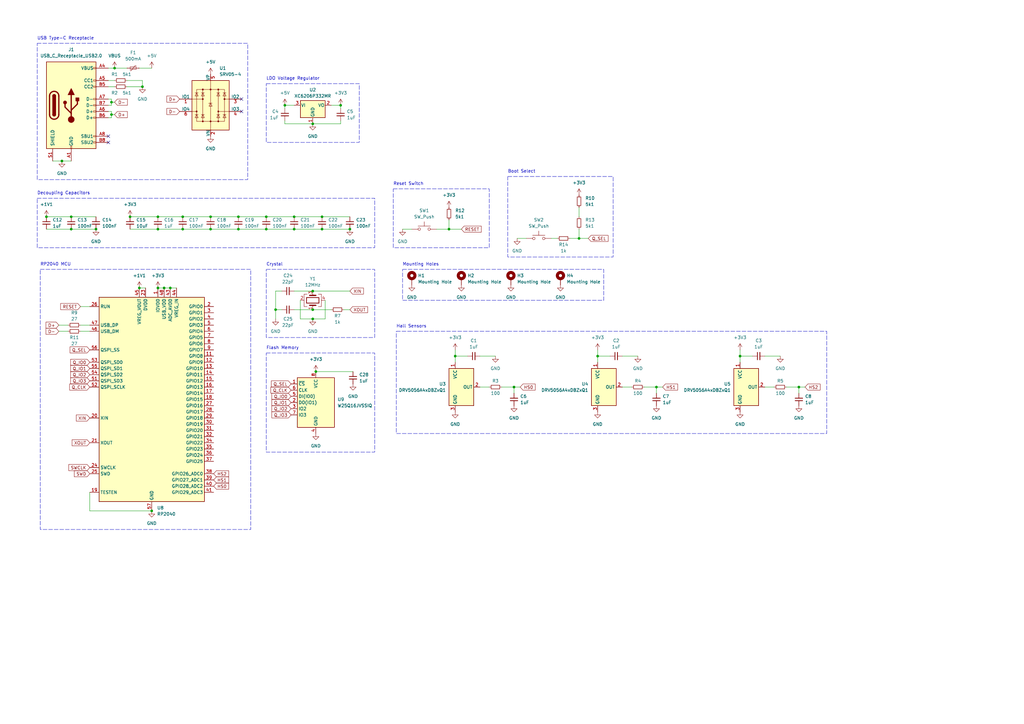
<source format=kicad_sch>
(kicad_sch (version 20231120) (generator "eeschema") (generator_version "8.0")
  (paper "A3")
  (title_block (title "Cloverpad HE") (rev "1"))
  (lib_symbols
    (symbol "Connector:USB_C_Receptacle_USB2.0" (pin_names (offset 1.016))
      (property "Reference" "J" (at -10.16 19.05 0))
      (property "Value" "USB_C_Receptacle_USB2.0" (at 19.05 19.05 0))
      (symbol "USB_C_Receptacle_USB2.0_1_1"
        (pin passive line (at 0 -22.86 90) (length 5.08) (name "GND") (number "A1"))
        (pin passive line (at 0 -22.86 90) (length 5.08) hide (name "GND") (number "A12"))
        (pin passive line (at 15.24 15.24 180) (length 5.08) (name "VBUS") (number "A4"))
        (pin bidirectional line (at 15.24 10.16 180) (length 5.08) (name "CC1") (number "A5"))
        (pin bidirectional line (at 15.24 -2.54 180) (length 5.08) (name "D+") (number "A6"))
        (pin bidirectional line (at 15.24 2.54 180) (length 5.08) (name "D-") (number "A7"))
        (pin bidirectional line (at 15.24 -12.7 180) (length 5.08) (name "SBU1") (number "A8"))
        (pin passive line (at 15.24 15.24 180) (length 5.08) hide (name "VBUS") (number "A9"))
        (pin passive line (at 0 -22.86 90) (length 5.08) hide (name "GND") (number "B1"))
        (pin passive line (at 0 -22.86 90) (length 5.08) hide (name "GND") (number "B12"))
        (pin passive line (at 15.24 15.24 180) (length 5.08) hide (name "VBUS") (number "B4"))
        (pin bidirectional line (at 15.24 7.62 180) (length 5.08) (name "CC2") (number "B5"))
        (pin bidirectional line (at 15.24 -5.08 180) (length 5.08) (name "D+") (number "B6"))
        (pin bidirectional line (at 15.24 0 180) (length 5.08) (name "D-") (number "B7"))
        (pin bidirectional line (at 15.24 -15.24 180) (length 5.08) (name "SBU2") (number "B8"))
        (pin passive line (at 15.24 15.24 180) (length 5.08) hide (name "VBUS") (number "B9"))
        (pin passive line (at -7.62 -22.86 90) (length 5.08) (name "SHIELD") (number "S1"))
      )
    )
    (symbol "Custom:DRV5056A4xDBZxQ1"
      (property "Reference" "U" (at 2.54 12.7 0))
      (property "Value" "DRV5056A4xDBZxQ1" (at 2.54 10.16 0))
      (symbol "DRV5056A4xDBZxQ1_1_1"
        (pin power_in line (at -2.54 10.16 270) (length 2.54) (name "VCC") (number "1"))
        (pin output line (at 7.62 0 180) (length 2.54) (name "OUT") (number "2"))
        (pin power_in line (at -2.54 -10.16 90) (length 2.54) (name "GND") (number "3"))
      )
    )
    (symbol "Device:C_Small" (pin_numbers hide) (pin_names (offset 0.254) hide)
      (property "Reference" "C" (at 0.254 1.778 0))
      (property "Value" "C_Small" (at 0.254 -2.032 0))
      (symbol "C_Small_1_1"
        (pin passive line (at 0 2.54 270) (length 2.032) (name "~") (number "1"))
        (pin passive line (at 0 -2.54 90) (length 2.032) (name "~") (number "2"))
      )
    )
    (symbol "Device:Crystal_GND24" (pin_names (offset 1.016) hide)
      (property "Reference" "Y" (at 3.175 5.08 0))
      (property "Value" "Crystal_GND24" (at 3.175 3.175 0))
      (symbol "Crystal_GND24_1_1"
        (pin passive line (at -3.81 0 0) (length 1.27) (name "1") (number "1"))
        (pin passive line (at 0 5.08 270) (length 1.27) (name "2") (number "2"))
        (pin passive line (at 3.81 0 180) (length 1.27) (name "3") (number "3"))
        (pin passive line (at 0 -5.08 90) (length 1.27) (name "4") (number "4"))
      )
    )
    (symbol "Device:Polyfuse_Small" (pin_numbers hide) (pin_names (offset 0))
      (property "Reference" "F" (at -1.905 0 90))
      (property "Value" "Polyfuse_Small" (at 1.905 0 90))
      (symbol "Polyfuse_Small_1_1"
        (pin passive line (at 0 2.54 270) (length 0.635) (name "~") (number "1"))
        (pin passive line (at 0 -2.54 90) (length 0.635) (name "~") (number "2"))
      )
    )
    (symbol "Device:R_Small" (pin_numbers hide) (pin_names (offset 0.254) hide)
      (property "Reference" "R" (at 0.762 0.508 0))
      (property "Value" "R_Small" (at 0.762 -1.016 0))
      (symbol "R_Small_1_1"
        (pin passive line (at 0 2.54 270) (length 0.762) (name "~") (number "1"))
        (pin passive line (at 0 -2.54 90) (length 0.762) (name "~") (number "2"))
      )
    )
    (symbol "MCU_RaspberryPi:RP2040"
      (property "Reference" "U" (at 17.78 45.72 0))
      (property "Value" "RP2040" (at 17.78 43.18 0))
      (symbol "RP2040_1_1"
        (pin power_in line (at 2.54 45.72 270) (length 3.81) (name "IOVDD") (number "1"))
        (pin passive line (at 2.54 45.72 270) (length 3.81) hide (name "IOVDD") (number "10"))
        (pin bidirectional line (at 25.4 17.78 180) (length 3.81) (name "GPIO8") (number "11"))
        (pin bidirectional line (at 25.4 15.24 180) (length 3.81) (name "GPIO9") (number "12"))
        (pin bidirectional line (at 25.4 12.7 180) (length 3.81) (name "GPIO10") (number "13"))
        (pin bidirectional line (at 25.4 10.16 180) (length 3.81) (name "GPIO11") (number "14"))
        (pin bidirectional line (at 25.4 7.62 180) (length 3.81) (name "GPIO12") (number "15"))
        (pin bidirectional line (at 25.4 5.08 180) (length 3.81) (name "GPIO13") (number "16"))
        (pin bidirectional line (at 25.4 2.54 180) (length 3.81) (name "GPIO14") (number "17"))
        (pin bidirectional line (at 25.4 0 180) (length 3.81) (name "GPIO15") (number "18"))
        (pin input line (at -25.4 -38.1 0) (length 3.81) (name "TESTEN") (number "19"))
        (pin bidirectional line (at 25.4 38.1 180) (length 3.81) (name "GPIO0") (number "2"))
        (pin input line (at -25.4 -7.62 0) (length 3.81) (name "XIN") (number "20"))
        (pin passive line (at -25.4 -17.78 0) (length 3.81) (name "XOUT") (number "21"))
        (pin passive line (at 2.54 45.72 270) (length 3.81) hide (name "IOVDD") (number "22"))
        (pin power_in line (at -2.54 45.72 270) (length 3.81) (name "DVDD") (number "23"))
        (pin input line (at -25.4 -27.94 0) (length 3.81) (name "SWCLK") (number "24"))
        (pin bidirectional line (at -25.4 -30.48 0) (length 3.81) (name "SWD") (number "25"))
        (pin input line (at -25.4 38.1 0) (length 3.81) (name "RUN") (number "26"))
        (pin bidirectional line (at 25.4 -2.54 180) (length 3.81) (name "GPIO16") (number "27"))
        (pin bidirectional line (at 25.4 -5.08 180) (length 3.81) (name "GPIO17") (number "28"))
        (pin bidirectional line (at 25.4 -7.62 180) (length 3.81) (name "GPIO18") (number "29"))
        (pin bidirectional line (at 25.4 35.56 180) (length 3.81) (name "GPIO1") (number "3"))
        (pin bidirectional line (at 25.4 -10.16 180) (length 3.81) (name "GPIO19") (number "30"))
        (pin bidirectional line (at 25.4 -12.7 180) (length 3.81) (name "GPIO20") (number "31"))
        (pin bidirectional line (at 25.4 -15.24 180) (length 3.81) (name "GPIO21") (number "32"))
        (pin passive line (at 2.54 45.72 270) (length 3.81) hide (name "IOVDD") (number "33"))
        (pin bidirectional line (at 25.4 -17.78 180) (length 3.81) (name "GPIO22") (number "34"))
        (pin bidirectional line (at 25.4 -20.32 180) (length 3.81) (name "GPIO23") (number "35"))
        (pin bidirectional line (at 25.4 -22.86 180) (length 3.81) (name "GPIO24") (number "36"))
        (pin bidirectional line (at 25.4 -25.4 180) (length 3.81) (name "GPIO25") (number "37"))
        (pin bidirectional line (at 25.4 -30.48 180) (length 3.81) (name "GPIO26_ADC0") (number "38"))
        (pin bidirectional line (at 25.4 -33.02 180) (length 3.81) (name "GPIO27_ADC1") (number "39"))
        (pin bidirectional line (at 25.4 33.02 180) (length 3.81) (name "GPIO2") (number "4"))
        (pin bidirectional line (at 25.4 -35.56 180) (length 3.81) (name "GPIO28_ADC2") (number "40"))
        (pin bidirectional line (at 25.4 -38.1 180) (length 3.81) (name "GPIO29_ADC3") (number "41"))
        (pin passive line (at 2.54 45.72 270) (length 3.81) hide (name "IOVDD") (number "42"))
        (pin power_in line (at 7.62 45.72 270) (length 3.81) (name "ADC_AVDD") (number "43"))
        (pin power_in line (at 10.16 45.72 270) (length 3.81) (name "VREG_IN") (number "44"))
        (pin power_out line (at -5.08 45.72 270) (length 3.81) (name "VREG_VOUT") (number "45"))
        (pin bidirectional line (at -25.4 27.94 0) (length 3.81) (name "USB_DM") (number "46"))
        (pin bidirectional line (at -25.4 30.48 0) (length 3.81) (name "USB_DP") (number "47"))
        (pin power_in line (at 5.08 45.72 270) (length 3.81) (name "USB_VDD") (number "48"))
        (pin passive line (at 2.54 45.72 270) (length 3.81) hide (name "IOVDD") (number "49"))
        (pin bidirectional line (at 25.4 30.48 180) (length 3.81) (name "GPIO3") (number "5"))
        (pin passive line (at -2.54 45.72 270) (length 3.81) hide (name "DVDD") (number "50"))
        (pin bidirectional line (at -25.4 7.62 0) (length 3.81) (name "QSPI_SD3") (number "51"))
        (pin output line (at -25.4 5.08 0) (length 3.81) (name "QSPI_SCLK") (number "52"))
        (pin bidirectional line (at -25.4 15.24 0) (length 3.81) (name "QSPI_SD0") (number "53"))
        (pin bidirectional line (at -25.4 10.16 0) (length 3.81) (name "QSPI_SD2") (number "54"))
        (pin bidirectional line (at -25.4 12.7 0) (length 3.81) (name "QSPI_SD1") (number "55"))
        (pin bidirectional line (at -25.4 20.32 0) (length 3.81) (name "QSPI_SS") (number "56"))
        (pin power_in line (at 0 -45.72 90) (length 3.81) (name "GND") (number "57"))
        (pin bidirectional line (at 25.4 27.94 180) (length 3.81) (name "GPIO4") (number "6"))
        (pin bidirectional line (at 25.4 25.4 180) (length 3.81) (name "GPIO5") (number "7"))
        (pin bidirectional line (at 25.4 22.86 180) (length 3.81) (name "GPIO6") (number "8"))
        (pin bidirectional line (at 25.4 20.32 180) (length 3.81) (name "GPIO7") (number "9"))
      )
    )
    (symbol "Mechanical:MountingHole_Pad" (pin_numbers hide) (pin_names (offset 1.016) hide)
      (property "Reference" "H" (at 0 6.35 0))
      (property "Value" "MountingHole_Pad" (at 0 4.445 0))
      (symbol "MountingHole_Pad_1_1"
        (pin input line (at 0 -2.54 90) (length 2.54) (name "1") (number "1"))
      )
    )
    (symbol "Memory_Flash:W25Q128JVS"
      (property "Reference" "U" (at -8.89 8.89 0))
      (property "Value" "W25Q128JVS" (at 7.62 8.89 0))
      (symbol "W25Q128JVS_1_1"
        (pin input line (at -10.16 7.62 0) (length 2.54) (name "~{CS}") (number "1"))
        (pin bidirectional line (at -10.16 0 0) (length 2.54) (name "DO(IO1)") (number "2"))
        (pin bidirectional line (at -10.16 -2.54 0) (length 2.54) (name "IO2") (number "3"))
        (pin power_in line (at 0 -12.7 90) (length 2.54) (name "GND") (number "4"))
        (pin bidirectional line (at -10.16 2.54 0) (length 2.54) (name "DI(IO0)") (number "5"))
        (pin input line (at -10.16 5.08 0) (length 2.54) (name "CLK") (number "6"))
        (pin bidirectional line (at -10.16 -5.08 0) (length 2.54) (name "IO3") (number "7"))
        (pin power_in line (at 0 12.7 270) (length 2.54) (name "VCC") (number "8"))
      )
    )
    (symbol "PCM_marbastlib-various:SRV05-4" (pin_names (offset 0))
      (property "Reference" "U" (at -5.08 11.43 0))
      (property "Value" "SRV05-4" (at 2.54 11.43 0))
      (symbol "SRV05-4_1_1"
        (pin passive line (at -12.7 2.54 0) (length 5.08) (name "IO1") (number "1"))
        (pin passive line (at 0 -12.7 90) (length 2.54) (name "VN") (number "2"))
        (pin passive line (at 12.7 2.54 180) (length 5.08) (name "IO2") (number "3"))
        (pin passive line (at 12.7 -2.54 180) (length 5.08) (name "IO3") (number "4"))
        (pin passive line (at 0 12.7 270) (length 2.54) (name "VP") (number "5"))
        (pin passive line (at -12.7 -2.54 0) (length 5.08) (name "IO4") (number "6"))
      )
    )
    (symbol "Regulator_Linear:XC6206PxxxMR" (pin_names (offset 0.254))
      (property "Reference" "U" (at -3.81 3.175 0))
      (property "Value" "XC6206PxxxMR" (at 0 3.175 0))
      (symbol "XC6206PxxxMR_1_1"
        (pin power_in line (at 0 -7.62 90) (length 2.54) (name "GND") (number "1"))
        (pin power_out line (at 7.62 0 180) (length 2.54) (name "VO") (number "2"))
        (pin power_in line (at -7.62 0 0) (length 2.54) (name "VI") (number "3"))
      )
    )
    (symbol "Switch:SW_Push" (pin_numbers hide) (pin_names (offset 1.016) hide)
      (property "Reference" "SW" (at 1.27 2.54 0))
      (property "Value" "SW_Push" (at 0 -1.524 0))
      (symbol "SW_Push_0_1"
        (pin passive line (at -5.08 0 0) (length 2.54) (name "1") (number "1"))
        (pin passive line (at 5.08 0 180) (length 2.54) (name "2") (number "2"))
      )
    )
    (symbol "power:+1V1" (power) (pin_names (offset 0))
      (property "Value" "+1V1" (at 0 3.556 0))
      (symbol "+1V1_1_1"
        (pin power_in line (at 0 0 90) (length 0) hide (name "+1V1") (number "1"))
      )
    )
    (symbol "power:+3V3" (power) (pin_names (offset 0))
      (property "Value" "+3V3" (at 0 3.556 0))
      (symbol "+3V3_1_1"
        (pin power_in line (at 0 0 90) (length 0) hide (name "+3V3") (number "1"))
      )
    )
    (symbol "power:+5V" (power) (pin_names (offset 0))
      (property "Value" "+5V" (at 0 3.556 0))
      (symbol "+5V_1_1"
        (pin power_in line (at 0 0 90) (length 0) hide (name "+5V") (number "1"))
      )
    )
    (symbol "power:GND" (power) (pin_names (offset 0))
      (property "Value" "GND" (at 0 -3.81 0))
      (symbol "GND_1_1"
        (pin power_in line (at 0 0 270) (length 0) hide (name "GND") (number "1"))
      )
    )
    (symbol "power:VBUS" (power) (pin_names (offset 0))
      (property "Value" "VBUS" (at 0 3.81 0))
      (symbol "VBUS_1_1"
        (pin power_in line (at 0 0 90) (length 0) hide (name "VBUS") (number "1"))
      )
    )
  )
  (junction (at 129.54 152.4))
  (junction (at 25.4 66.04))
  (junction (at 120.65 93.98))
  (junction (at 245.11 146.05))
  (junction (at 19.05 88.9))
  (junction (at 57.15 118.11))
  (junction (at 184.15 93.98))
  (junction (at 132.08 88.9))
  (junction (at 53.34 88.9))
  (junction (at 132.08 93.98))
  (junction (at 128.27 130.81))
  (junction (at 74.93 88.9))
  (junction (at 113.03 127))
  (junction (at 29.21 93.98))
  (junction (at 69.85 118.11))
  (junction (at 269.24 158.75))
  (junction (at 128.27 119.38))
  (junction (at 116.84 43.18))
  (junction (at 128.27 50.8))
  (junction (at 46.99 27.94))
  (junction (at 97.79 93.98))
  (junction (at 64.77 93.98))
  (junction (at 303.53 146.05))
  (junction (at 45.72 46.99))
  (junction (at 39.37 93.98))
  (junction (at 29.21 88.9))
  (junction (at 143.51 93.98))
  (junction (at 109.22 93.98))
  (junction (at 186.69 146.05))
  (junction (at 139.7 43.18))
  (junction (at 109.22 88.9))
  (junction (at 128.27 127))
  (junction (at 120.65 88.9))
  (junction (at 327.66 158.75))
  (junction (at 86.36 88.9))
  (junction (at 64.77 88.9))
  (junction (at 58.42 35.56))
  (junction (at 64.77 118.11))
  (junction (at 45.72 41.91))
  (junction (at 74.93 93.98))
  (junction (at 67.31 118.11))
  (junction (at 237.49 97.79))
  (junction (at 86.36 93.98))
  (junction (at 210.82 158.75))
  (junction (at 97.79 88.9))
  (junction (at 62.23 209.55))
  (no_connect (at 99.06 40.64))
  (no_connect (at 44.45 58.42))
  (no_connect (at 44.45 55.88))
  (no_connect (at 99.06 45.72))
  (wire (pts (xy 109.22 93.98) (xy 120.65 93.98)))
  (wire (pts (xy 123.19 130.81) (xy 128.27 130.81)))
  (wire (pts (xy 116.84 49.53) (xy 116.84 50.8)))
  (wire (pts (xy 46.99 27.94) (xy 44.45 27.94)))
  (wire (pts (xy 74.93 88.9) (xy 86.36 88.9)))
  (wire (pts (xy 196.85 146.05) (xy 203.2 146.05)))
  (wire (pts (xy 184.15 93.98) (xy 189.23 93.98)))
  (wire (pts (xy 139.7 49.53) (xy 139.7 50.8)))
  (wire (pts (xy 132.08 88.9) (xy 143.51 88.9)))
  (wire (pts (xy 255.27 146.05) (xy 261.62 146.05)))
  (wire (pts (xy 109.22 88.9) (xy 120.65 88.9)))
  (wire (pts (xy 46.99 33.02) (xy 44.45 33.02)))
  (wire (pts (xy 139.7 43.18) (xy 139.7 44.45)))
  (wire (pts (xy 128.27 119.38) (xy 143.51 119.38)))
  (wire (pts (xy 44.45 43.18) (xy 45.72 43.18)))
  (wire (pts (xy 313.69 158.75) (xy 317.5 158.75)))
  (wire (pts (xy 322.58 158.75) (xy 327.66 158.75)))
  (wire (pts (xy 255.27 158.75) (xy 259.08 158.75)))
  (wire (pts (xy 53.34 93.98) (xy 64.77 93.98)))
  (wire (pts (xy 45.72 43.18) (xy 45.72 41.91)))
  (wire (pts (xy 57.15 27.94) (xy 62.23 27.94)))
  (wire (pts (xy 29.21 88.9) (xy 39.37 88.9)))
  (wire (pts (xy 245.11 146.05) (xy 245.11 148.59)))
  (wire (pts (xy 237.49 93.98) (xy 237.49 97.79)))
  (wire (pts (xy 67.31 118.11) (xy 69.85 118.11)))
  (wire (pts (xy 327.66 158.75) (xy 330.2 158.75)))
  (wire (pts (xy 212.09 97.79) (xy 215.9 97.79)))
  (wire (pts (xy 135.89 43.18) (xy 139.7 43.18)))
  (wire (pts (xy 36.83 209.55) (xy 62.23 209.55)))
  (wire (pts (xy 86.36 93.98) (xy 97.79 93.98)))
  (wire (pts (xy 264.16 158.75) (xy 269.24 158.75)))
  (wire (pts (xy 69.85 118.11) (xy 72.39 118.11)))
  (wire (pts (xy 44.45 40.64) (xy 45.72 40.64)))
  (wire (pts (xy 24.13 133.35) (xy 27.94 133.35)))
  (wire (pts (xy 33.02 135.89) (xy 36.83 135.89)))
  (wire (pts (xy 120.65 119.38) (xy 128.27 119.38)))
  (wire (pts (xy 303.53 146.05) (xy 303.53 148.59)))
  (wire (pts (xy 116.84 43.18) (xy 116.84 44.45)))
  (wire (pts (xy 21.59 66.04) (xy 25.4 66.04)))
  (wire (pts (xy 120.65 88.9) (xy 132.08 88.9)))
  (wire (pts (xy 120.65 127) (xy 128.27 127)))
  (wire (pts (xy 196.85 158.75) (xy 200.66 158.75)))
  (wire (pts (xy 33.02 133.35) (xy 36.83 133.35)))
  (wire (pts (xy 86.36 88.9) (xy 97.79 88.9)))
  (wire (pts (xy 210.82 158.75) (xy 213.36 158.75)))
  (wire (pts (xy 97.79 88.9) (xy 109.22 88.9)))
  (wire (pts (xy 133.35 130.81) (xy 128.27 130.81)))
  (wire (pts (xy 45.72 41.91) (xy 46.99 41.91)))
  (wire (pts (xy 233.68 97.79) (xy 237.49 97.79)))
  (wire (pts (xy 186.69 143.51) (xy 186.69 146.05)))
  (wire (pts (xy 120.65 93.98) (xy 132.08 93.98)))
  (wire (pts (xy 57.15 118.11) (xy 59.69 118.11)))
  (wire (pts (xy 44.45 45.72) (xy 45.72 45.72)))
  (wire (pts (xy 52.07 35.56) (xy 58.42 35.56)))
  (wire (pts (xy 29.21 93.98) (xy 39.37 93.98)))
  (wire (pts (xy 184.15 90.17) (xy 184.15 93.98)))
  (wire (pts (xy 245.11 146.05) (xy 250.19 146.05)))
  (wire (pts (xy 113.03 127) (xy 113.03 130.81)))
  (wire (pts (xy 129.54 152.4) (xy 144.78 152.4)))
  (wire (pts (xy 123.19 123.19) (xy 123.19 130.81)))
  (wire (pts (xy 64.77 118.11) (xy 67.31 118.11)))
  (wire (pts (xy 25.4 66.04) (xy 29.21 66.04)))
  (wire (pts (xy 19.05 88.9) (xy 29.21 88.9)))
  (wire (pts (xy 36.83 201.93) (xy 36.83 209.55)))
  (wire (pts (xy 44.45 35.56) (xy 46.99 35.56)))
  (wire (pts (xy 128.27 127) (xy 135.89 127)))
  (wire (pts (xy 24.13 135.89) (xy 27.94 135.89)))
  (wire (pts (xy 113.03 119.38) (xy 113.03 127)))
  (wire (pts (xy 19.05 93.98) (xy 29.21 93.98)))
  (wire (pts (xy 45.72 40.64) (xy 45.72 41.91)))
  (wire (pts (xy 186.69 146.05) (xy 186.69 148.59)))
  (wire (pts (xy 313.69 146.05) (xy 320.04 146.05)))
  (wire (pts (xy 210.82 158.75) (xy 210.82 161.29)))
  (wire (pts (xy 45.72 45.72) (xy 45.72 46.99)))
  (wire (pts (xy 269.24 158.75) (xy 271.78 158.75)))
  (wire (pts (xy 269.24 158.75) (xy 269.24 161.29)))
  (wire (pts (xy 115.57 119.38) (xy 113.03 119.38)))
  (wire (pts (xy 165.1 93.98) (xy 168.91 93.98)))
  (wire (pts (xy 33.02 125.73) (xy 36.83 125.73)))
  (wire (pts (xy 116.84 50.8) (xy 128.27 50.8)))
  (wire (pts (xy 44.45 48.26) (xy 45.72 48.26)))
  (wire (pts (xy 245.11 143.51) (xy 245.11 146.05)))
  (wire (pts (xy 303.53 143.51) (xy 303.53 146.05)))
  (wire (pts (xy 64.77 93.98) (xy 74.93 93.98)))
  (wire (pts (xy 58.42 33.02) (xy 58.42 35.56)))
  (wire (pts (xy 116.84 43.18) (xy 120.65 43.18)))
  (wire (pts (xy 64.77 88.9) (xy 74.93 88.9)))
  (wire (pts (xy 139.7 50.8) (xy 128.27 50.8)))
  (wire (pts (xy 133.35 123.19) (xy 133.35 130.81)))
  (wire (pts (xy 97.79 93.98) (xy 109.22 93.98)))
  (wire (pts (xy 179.07 93.98) (xy 184.15 93.98)))
  (wire (pts (xy 74.93 93.98) (xy 86.36 93.98)))
  (wire (pts (xy 52.07 27.94) (xy 46.99 27.94)))
  (wire (pts (xy 45.72 48.26) (xy 45.72 46.99)))
  (wire (pts (xy 205.74 158.75) (xy 210.82 158.75)))
  (wire (pts (xy 53.34 88.9) (xy 64.77 88.9)))
  (wire (pts (xy 237.49 97.79) (xy 241.3 97.79)))
  (wire (pts (xy 186.69 146.05) (xy 191.77 146.05)))
  (wire (pts (xy 226.06 97.79) (xy 228.6 97.79)))
  (wire (pts (xy 52.07 33.02) (xy 58.42 33.02)))
  (wire (pts (xy 140.97 127) (xy 143.51 127)))
  (wire (pts (xy 303.53 146.05) (xy 308.61 146.05)))
  (wire (pts (xy 237.49 85.09) (xy 237.49 88.9)))
  (wire (pts (xy 327.66 158.75) (xy 327.66 161.29)))
  (wire (pts (xy 45.72 46.99) (xy 46.99 46.99)))
  (wire (pts (xy 113.03 127) (xy 115.57 127)))
  (wire (pts (xy 132.08 93.98) (xy 143.51 93.98)))
  (rectangle (start 109.22 110.49) (end 153.67 138.43) (stroke (width 0) (type dash)))
  (rectangle (start 109.22 34.29) (end 147.32 58.42) (stroke (width 0) (type dash)))
  (rectangle (start 165.1 110.49) (end 247.65 123.19) (stroke (width 0) (type dash)))
  (rectangle (start 15.24 81.28) (end 153.67 101.6) (stroke (width 0) (type dash)))
  (rectangle (start 109.22 144.78) (end 153.67 185.42) (stroke (width 0) (type dash)))
  (rectangle (start 162.56 135.89) (end 339.09 177.8) (stroke (width 0) (type dash)))
  (rectangle (start 15.24 17.78) (end 101.6 73.66) (stroke (width 0) (type dash)))
  (rectangle (start 161.29 77.47) (end 200.66 101.6) (stroke (width 0) (type dash)))
  (rectangle (start 16.51 110.49) (end 102.87 217.17) (stroke (width 0) (type dash)))
  (rectangle (start 208.28 72.39) (end 251.46 105.41) (stroke (width 0) (type dash)))
  (text "Reset Switch" (at 161.29 76.2 0) (effects (font (size 1.27 1.27)) (justify left bottom)))
  (text "USB Type-C Receptacle" (at 15.24 16.51 0) (effects (font (size 1.27 1.27)) (justify left bottom)))
  (text "Mounting Holes" (at 165.1 109.22 0) (effects (font (size 1.27 1.27)) (justify left bottom)))
  (text "Decoupling Capacitors" (at 15.24 80.01 0) (effects (font (size 1.27 1.27)) (justify left bottom)))
  (text "LDO Voltage Regulator" (at 109.22 33.02 0) (effects (font (size 1.27 1.27)) (justify left bottom)))
  (text "Hall Sensors" (at 162.56 134.62 0) (effects (font (size 1.27 1.27)) (justify left bottom)))
  (text "RP2040 MCU" (at 16.51 109.22 0) (effects (font (size 1.27 1.27)) (justify left bottom)))
  (text "Flash Memory" (at 109.22 143.51 0) (effects (font (size 1.27 1.27)) (justify left bottom)))
  (text "Boot Select" (at 208.28 71.12 0) (effects (font (size 1.27 1.27)) (justify left bottom)))
  (text "Crystal" (at 109.22 109.22 0) (effects (font (size 1.27 1.27)) (justify left bottom)))
  (global_label "D+" (shape input) (at 73.66 40.64 180) (property "Intersheetrefs" "${INTERSHEET_REFS}" (effects (hide yes))))
  (global_label "Q_SEL" (shape input) (at 241.3 97.79 0) (property "Intersheetrefs" "${INTERSHEET_REFS}" (effects (hide yes))))
  (global_label "XIN" (shape input) (at 36.83 171.45 180) (property "Intersheetrefs" "${INTERSHEET_REFS}" (effects (hide yes))))
  (global_label "XIN" (shape input) (at 143.51 119.38 0) (property "Intersheetrefs" "${INTERSHEET_REFS}" (effects (hide yes))))
  (global_label "D-" (shape input) (at 46.99 41.91 0) (property "Intersheetrefs" "${INTERSHEET_REFS}" (effects (hide yes))))
  (global_label "HS2" (shape input) (at 330.2 158.75 0) (property "Intersheetrefs" "${INTERSHEET_REFS}" (effects (hide yes))))
  (global_label "RESET" (shape input) (at 189.23 93.98 0) (property "Intersheetrefs" "${INTERSHEET_REFS}" (effects (hide yes))))
  (global_label "D-" (shape input) (at 73.66 45.72 180) (property "Intersheetrefs" "${INTERSHEET_REFS}" (effects (hide yes))))
  (global_label "Q_CLK" (shape input) (at 119.38 160.02 180) (property "Intersheetrefs" "${INTERSHEET_REFS}" (effects (hide yes))))
  (global_label "HS2" (shape input) (at 87.63 194.31 0) (property "Intersheetrefs" "${INTERSHEET_REFS}" (effects (hide yes))))
  (global_label "HS1" (shape input) (at 87.63 196.85 0) (property "Intersheetrefs" "${INTERSHEET_REFS}" (effects (hide yes))))
  (global_label "XOUT" (shape input) (at 143.51 127 0) (property "Intersheetrefs" "${INTERSHEET_REFS}" (effects (hide yes))))
  (global_label "Q_IO0" (shape input) (at 36.83 148.59 180) (property "Intersheetrefs" "${INTERSHEET_REFS}" (effects (hide yes))))
  (global_label "Q_IO3" (shape input) (at 119.38 170.18 180) (property "Intersheetrefs" "${INTERSHEET_REFS}" (effects (hide yes))))
  (global_label "Q_IO0" (shape input) (at 119.38 162.56 180) (property "Intersheetrefs" "${INTERSHEET_REFS}" (effects (hide yes))))
  (global_label "D+" (shape input) (at 24.13 133.35 180) (property "Intersheetrefs" "${INTERSHEET_REFS}" (effects (hide yes))))
  (global_label "RESET" (shape input) (at 33.02 125.73 180) (property "Intersheetrefs" "${INTERSHEET_REFS}" (effects (hide yes))))
  (global_label "Q_SEL" (shape input) (at 36.83 143.51 180) (property "Intersheetrefs" "${INTERSHEET_REFS}" (effects (hide yes))))
  (global_label "Q_IO1" (shape input) (at 119.38 165.1 180) (property "Intersheetrefs" "${INTERSHEET_REFS}" (effects (hide yes))))
  (global_label "Q_SEL" (shape input) (at 119.38 157.48 180) (property "Intersheetrefs" "${INTERSHEET_REFS}" (effects (hide yes))))
  (global_label "Q_CLK" (shape input) (at 36.83 158.75 180) (property "Intersheetrefs" "${INTERSHEET_REFS}" (effects (hide yes))))
  (global_label "SWCLK" (shape input) (at 36.83 191.77 180) (property "Intersheetrefs" "${INTERSHEET_REFS}" (effects (hide yes))))
  (global_label "HS0" (shape input) (at 213.36 158.75 0) (property "Intersheetrefs" "${INTERSHEET_REFS}" (effects (hide yes))))
  (global_label "SWD" (shape input) (at 36.83 194.31 180) (property "Intersheetrefs" "${INTERSHEET_REFS}" (effects (hide yes))))
  (global_label "D-" (shape input) (at 24.13 135.89 180) (property "Intersheetrefs" "${INTERSHEET_REFS}" (effects (hide yes))))
  (global_label "HS0" (shape input) (at 87.63 199.39 0) (property "Intersheetrefs" "${INTERSHEET_REFS}" (effects (hide yes))))
  (global_label "Q_IO2" (shape input) (at 119.38 167.64 180) (property "Intersheetrefs" "${INTERSHEET_REFS}" (effects (hide yes))))
  (global_label "XOUT" (shape input) (at 36.83 181.61 180) (property "Intersheetrefs" "${INTERSHEET_REFS}" (effects (hide yes))))
  (global_label "Q_IO1" (shape input) (at 36.83 151.13 180) (property "Intersheetrefs" "${INTERSHEET_REFS}" (effects (hide yes))))
  (global_label "Q_IO2" (shape input) (at 36.83 153.67 180) (property "Intersheetrefs" "${INTERSHEET_REFS}" (effects (hide yes))))
  (global_label "HS1" (shape input) (at 271.78 158.75 0) (property "Intersheetrefs" "${INTERSHEET_REFS}" (effects (hide yes))))
  (global_label "Q_IO3" (shape input) (at 36.83 156.21 180) (property "Intersheetrefs" "${INTERSHEET_REFS}" (effects (hide yes))))
  (global_label "D+" (shape input) (at 46.99 46.99 0) (property "Intersheetrefs" "${INTERSHEET_REFS}" (effects (hide yes))))
  (symbol (lib_id "power:GND") (at 269.24 166.37 0) (unit 1)
    (property "Reference" "#PWR015" (effects (hide yes)))
    (property "Value" "GND" (at 269.24 171.45 0))
  )
  (symbol (lib_id "power:GND") (at 58.42 35.56 0) (unit 1)
    (property "Reference" "#PWR010" (effects (hide yes)))
    (property "Value" "GND" (at 58.42 40.64 0))
  )
  (symbol (lib_id "power:GND") (at 189.23 116.84 0) (unit 1)
    (property "Reference" "#PWR059" (effects (hide yes)))
    (property "Value" "GND" (at 189.23 121.92 0))
  )
  (symbol (lib_id "Device:C_Small") (at 269.24 163.83 180) (unit 1)
    (property "Reference" "C7" (at 271.78 162.5536 0) (effects (justify right)))
    (property "Value" "1uF" (at 271.78 165.0936 0) (effects (justify right)))
    (property "Footprint" "Capacitor_SMD:C_0402_1005Metric" (effects (hide yes)))
    (property "LCSC" "C52923" (effects (hide yes)))
  )
  (symbol (lib_id "Device:C_Small") (at 194.31 146.05 90) (unit 1)
    (property "Reference" "C1" (at 194.3163 139.7 90))
    (property "Value" "1uF" (at 194.3163 142.24 90))
    (property "Footprint" "Capacitor_SMD:C_0402_1005Metric" (effects (hide yes)))
    (property "LCSC" "C52923" (effects (hide yes)))
  )
  (symbol (lib_id "power:GND") (at 62.23 209.55 0) (unit 1)
    (property "Reference" "#PWR057" (effects (hide yes)))
    (property "Value" "GND" (at 62.23 214.63 0))
  )
  (symbol (lib_id "Device:C_Small") (at 120.65 91.44 0) (unit 1)
    (property "Reference" "C21" (at 123.19 90.1763 0) (effects (justify left)))
    (property "Value" "100nF" (at 123.19 92.7163 0) (effects (justify left)))
    (property "Footprint" "Capacitor_SMD:C_0402_1005Metric" (effects (hide yes)))
    (property "LCSC" "C1525" (effects (hide yes)))
  )
  (symbol (lib_id "power:GND") (at 209.55 116.84 0) (unit 1)
    (property "Reference" "#PWR060" (effects (hide yes)))
    (property "Value" "GND" (at 209.55 121.92 0))
  )
  (symbol (lib_id "power:GND") (at 25.4 66.04 0) (unit 1)
    (property "Reference" "#PWR021" (effects (hide yes)))
    (property "Value" "GND" (at 25.4 71.12 0))
  )
  (symbol (lib_id "Switch:SW_Push") (at 173.99 93.98 0) (unit 1)
    (property "Reference" "SW1" (at 173.99 86.36 0))
    (property "Value" "SW_Push" (at 173.99 88.9 0))
    (property "Footprint" "Button_Switch_SMD:SW_SPST_TL3342" (effects (hide yes)))
    (property "LCSC" "C318884" (effects (hide yes)))
  )
  (symbol (lib_id "Device:C_Small") (at 210.82 163.83 180) (unit 1)
    (property "Reference" "C6" (at 213.36 162.5536 0) (effects (justify right)))
    (property "Value" "1uF" (at 213.36 165.0936 0) (effects (justify right)))
    (property "Footprint" "Capacitor_SMD:C_0402_1005Metric" (effects (hide yes)))
    (property "LCSC" "C52923" (effects (hide yes)))
  )
  (symbol (lib_id "power:GND") (at 113.03 130.81 0) (unit 1)
    (property "Reference" "#PWR041" (effects (hide yes)))
    (property "Value" "GND" (at 113.03 135.89 0))
  )
  (symbol (lib_id "Device:C_Small") (at 118.11 127 90) (mirror x) (unit 1)
    (property "Reference" "C25" (at 118.11 130.81 90))
    (property "Value" "22pF" (at 118.1037 133.35 90))
    (property "Footprint" "Capacitor_SMD:C_0402_1005Metric" (effects (hide yes)))
    (property "LCSC" "C1555" (effects (hide yes)))
  )
  (symbol (lib_id "power:GND") (at 203.2 146.05 0) (unit 1)
    (property "Reference" "#PWR07" (effects (hide yes)))
    (property "Value" "GND" (at 203.2 151.13 0))
  )
  (symbol (lib_id "Regulator_Linear:XC6206PxxxMR") (at 128.27 43.18 0) (unit 1)
    (property "Reference" "U2" (at 128.27 36.83 0))
    (property "Value" "XC6206P332MR" (at 128.27 39.37 0))
    (property "Footprint" "Package_TO_SOT_SMD:SOT-23-3" (effects (hide yes)))
    (property "Datasheet" "https://www.torexsemi.com/file/xc6206/XC6206.pdf" (effects (hide yes)))
    (property "LCSC" "C5446" (effects (hide yes)))
  )
  (symbol (lib_id "power:GND") (at 210.82 166.37 0) (unit 1)
    (property "Reference" "#PWR014" (effects (hide yes)))
    (property "Value" "GND" (at 210.82 171.45 0))
  )
  (symbol (lib_id "power:+5V") (at 62.23 27.94 0) (unit 1)
    (property "Reference" "#PWR02" (effects (hide yes)))
    (property "Value" "+5V" (at 62.23 22.86 0))
  )
  (symbol (lib_id "Custom:DRV5056A4xDBZxQ1") (at 189.23 158.75 0) (unit 1)
    (property "Reference" "U3" (at 182.88 157.48 0) (effects (justify right)))
    (property "Value" "DRV5056A4xDBZxQ1" (at 182.88 160.02 0) (effects (justify right)))
    (property "Footprint" "Custom:KS-20-1U-DRV5056" (effects (hide yes)))
    (property "Datasheet" "https://www.ti.com/lit/ds/symlink/drv5056.pdf" (effects (hide yes)))
    (property "LCSC" "C2152902" (effects (hide yes)))
  )
  (symbol (lib_id "power:GND") (at 128.27 50.8 0) (unit 1)
    (property "Reference" "#PWR013" (effects (hide yes)))
    (property "Value" "GND" (at 128.27 55.88 0))
  )
  (symbol (lib_id "Device:R_Small") (at 184.15 87.63 0) (unit 1)
    (property "Reference" "R12" (at 186.69 86.36 0) (effects (justify left)))
    (property "Value" "5k1" (at 186.69 88.9 0) (effects (justify left)))
    (property "Footprint" "Resistor_SMD:R_0402_1005Metric" (effects (hide yes)))
    (property "LCSC" "C25905" (effects (hide yes)))
  )
  (symbol (lib_id "Device:C_Small") (at 29.21 91.44 0) (unit 1)
    (property "Reference" "C13" (at 31.75 90.1763 0) (effects (justify left)))
    (property "Value" "100nF" (at 31.75 92.7163 0) (effects (justify left)))
    (property "Footprint" "Capacitor_SMD:C_0402_1005Metric" (effects (hide yes)))
    (property "LCSC" "C1525" (effects (hide yes)))
  )
  (symbol (lib_id "Device:R_Small") (at 231.14 97.79 90) (unit 1)
    (property "Reference" "R14" (at 231.14 100.33 90))
    (property "Value" "1k" (at 231.14 102.87 90))
    (property "Footprint" "Resistor_SMD:R_0402_1005Metric" (effects (hide yes)))
    (property "LCSC" "C11702" (effects (hide yes)))
  )
  (symbol (lib_id "Device:C_Small") (at 86.36 91.44 0) (unit 1)
    (property "Reference" "C18" (at 88.9 90.1763 0) (effects (justify left)))
    (property "Value" "100nF" (at 88.9 92.7163 0) (effects (justify left)))
    (property "Footprint" "Capacitor_SMD:C_0402_1005Metric" (effects (hide yes)))
    (property "LCSC" "C1525" (effects (hide yes)))
  )
  (symbol (lib_id "power:GND") (at 303.53 168.91 0) (unit 1)
    (property "Reference" "#PWR019" (effects (hide yes)))
    (property "Value" "GND" (at 303.53 173.99 0))
  )
  (symbol (lib_id "Device:Crystal_GND24") (at 128.27 123.19 90) (unit 1)
    (property "Reference" "Y1" (at 128.27 114.3 90))
    (property "Value" "12MHz" (at 128.27 116.84 90))
    (property "Footprint" "Crystal:Crystal_SMD_3225-4Pin_3.2x2.5mm" (effects (hide yes)))
    (property "LCSC" "C9002" (effects (hide yes)))
  )
  (symbol (lib_id "power:+5V") (at 86.36 30.48 0) (unit 1)
    (property "Reference" "#PWR06" (effects (hide yes)))
    (property "Value" "+5V" (at 86.36 25.4 0))
  )
  (symbol (lib_id "power:+3V3") (at 139.7 43.18 0) (unit 1)
    (property "Reference" "#PWR012" (effects (hide yes)))
    (property "Value" "+3V3" (at 139.7 38.1 0))
  )
  (symbol (lib_id "Device:C_Small") (at 116.84 46.99 0) (mirror y) (unit 1)
    (property "Reference" "C4" (at 114.3 45.7263 0) (effects (justify left)))
    (property "Value" "1uF" (at 114.3 48.2663 0) (effects (justify left)))
    (property "Footprint" "Capacitor_SMD:C_0402_1005Metric" (effects (hide yes)))
    (property "LCSC" "C52923" (effects (hide yes)))
  )
  (symbol (lib_id "Device:C_Small") (at 252.73 146.05 90) (unit 1)
    (property "Reference" "C2" (at 252.7363 139.7 90))
    (property "Value" "1uF" (at 252.7363 142.24 90))
    (property "Footprint" "Capacitor_SMD:C_0402_1005Metric" (effects (hide yes)))
    (property "LCSC" "C52923" (effects (hide yes)))
  )
  (symbol (lib_id "Device:R_Small") (at 237.49 82.55 0) (unit 1)
    (property "Reference" "R10" (at 240.03 81.28 0) (effects (justify left)))
    (property "Value" "5k1" (at 240.03 83.82 0) (effects (justify left)))
    (property "Footprint" "Resistor_SMD:R_0402_1005Metric" (effects (hide yes)))
    (property "LCSC" "C25905" (effects (hide yes)))
  )
  (symbol (lib_id "Mechanical:MountingHole_Pad") (at 189.23 114.3 0) (unit 1) (in_bom no)
    (property "Reference" "H2" (at 191.77 113.03 0) (effects (justify left)))
    (property "Value" "Mounting Hole" (at 191.77 115.57 0) (effects (justify left)))
    (property "Footprint" "MountingHole:MountingHole_2.2mm_M2_Pad" (effects (hide yes)))
  )
  (symbol (lib_id "PCM_marbastlib-various:SRV05-4") (at 86.36 43.18 0) (unit 1)
    (property "Reference" "U1" (at 89.9861 27.94 0) (effects (justify left)))
    (property "Value" "SRV05-4" (at 89.9861 30.48 0) (effects (justify left)))
    (property "Footprint" "PCM_marbastlib-various:SOT-23-6-routable" (effects (hide yes)))
    (property "Datasheet" "http://www.onsemi.com/pub/Collateral/SRV05-4-D.PDF" (effects (hide yes)))
    (property "LCSC" "C2836319" (effects (hide yes)))
  )
  (symbol (lib_id "Device:Polyfuse_Small") (at 54.61 27.94 270) (unit 1)
    (property "Reference" "F1" (at 54.61 21.59 90))
    (property "Value" "500mA" (at 54.61 24.13 90))
    (property "Footprint" "Fuse:Fuse_1206_3216Metric" (effects (hide yes)))
    (property "LCSC" "C170165" (effects (hide yes)))
  )
  (symbol (lib_id "Device:R_Small") (at 203.2 158.75 90) (unit 1)
    (property "Reference" "R3" (at 203.2 156.21 90))
    (property "Value" "100" (at 203.2 161.29 90))
    (property "Footprint" "Resistor_SMD:R_0402_1005Metric" (effects (hide yes)))
    (property "LCSC" "C25076" (effects (hide yes)))
  )
  (symbol (lib_id "Device:C_Small") (at 327.66 163.83 180) (unit 1)
    (property "Reference" "C8" (at 330.2 162.5536 0) (effects (justify right)))
    (property "Value" "1uF" (at 330.2 165.0936 0) (effects (justify right)))
    (property "Footprint" "Capacitor_SMD:C_0402_1005Metric" (effects (hide yes)))
    (property "LCSC" "C52923" (effects (hide yes)))
  )
  (symbol (lib_id "Device:R_Small") (at 30.48 133.35 90) (unit 1)
    (property "Reference" "R9" (at 30.48 128.27 90))
    (property "Value" "27" (at 30.48 130.81 90))
    (property "Footprint" "Resistor_SMD:R_0402_1005Metric" (effects (hide yes)))
    (property "LCSC" "C25100" (effects (hide yes)))
  )
  (symbol (lib_id "power:GND") (at 245.11 168.91 0) (unit 1)
    (property "Reference" "#PWR018" (effects (hide yes)))
    (property "Value" "GND" (at 245.11 173.99 0))
  )
  (symbol (lib_id "power:GND") (at 39.37 93.98 0) (unit 1)
    (property "Reference" "#PWR032" (effects (hide yes)))
    (property "Value" "GND" (at 39.37 99.06 0))
  )
  (symbol (lib_id "Custom:DRV5056A4xDBZxQ1") (at 306.07 158.75 0) (unit 1)
    (property "Reference" "U5" (at 299.72 157.48 0) (effects (justify right)))
    (property "Value" "DRV5056A4xDBZxQ1" (at 299.72 160.02 0) (effects (justify right)))
    (property "Footprint" "Custom:KS-20-1U-DRV5056" (effects (hide yes)))
    (property "Datasheet" "https://www.ti.com/lit/ds/symlink/drv5056.pdf" (effects (hide yes)))
    (property "LCSC" "C2152902" (effects (hide yes)))
  )
  (symbol (lib_id "power:+5V") (at 116.84 43.18 0) (unit 1)
    (property "Reference" "#PWR011" (effects (hide yes)))
    (property "Value" "+5V" (at 116.84 38.1 0))
  )
  (symbol (lib_id "Device:C_Small") (at 97.79 91.44 0) (unit 1)
    (property "Reference" "C19" (at 100.33 90.1763 0) (effects (justify left)))
    (property "Value" "100nF" (at 100.33 92.7163 0) (effects (justify left)))
    (property "Footprint" "Capacitor_SMD:C_0402_1005Metric" (effects (hide yes)))
    (property "LCSC" "C1525" (effects (hide yes)))
  )
  (symbol (lib_id "Mechanical:MountingHole_Pad") (at 209.55 114.3 0) (unit 1) (in_bom no)
    (property "Reference" "H3" (at 212.09 113.03 0) (effects (justify left)))
    (property "Value" "Mounting Hole" (at 212.09 115.57 0) (effects (justify left)))
    (property "Footprint" "MountingHole:MountingHole_2.2mm_M2_Pad" (effects (hide yes)))
  )
  (symbol (lib_id "Device:C_Small") (at 74.93 91.44 0) (unit 1)
    (property "Reference" "C17" (at 77.47 90.1763 0) (effects (justify left)))
    (property "Value" "100nF" (at 77.47 92.7163 0) (effects (justify left)))
    (property "Footprint" "Capacitor_SMD:C_0402_1005Metric" (effects (hide yes)))
    (property "LCSC" "C1525" (effects (hide yes)))
  )
  (symbol (lib_id "power:+1V1") (at 57.15 118.11 0) (unit 1)
    (property "Reference" "#PWR038" (effects (hide yes)))
    (property "Value" "+1V1" (at 57.15 113.03 0))
  )
  (symbol (lib_id "power:GND") (at 327.66 166.37 0) (unit 1)
    (property "Reference" "#PWR016" (effects (hide yes)))
    (property "Value" "GND" (at 327.66 171.45 0))
  )
  (symbol (lib_id "power:VBUS") (at 46.99 27.94 0) (unit 1)
    (property "Reference" "#PWR01" (effects (hide yes)))
    (property "Value" "VBUS" (at 46.99 22.86 0))
  )
  (symbol (lib_id "Device:C_Small") (at 109.22 91.44 0) (unit 1)
    (property "Reference" "C20" (at 111.76 90.1763 0) (effects (justify left)))
    (property "Value" "100nF" (at 111.76 92.7163 0) (effects (justify left)))
    (property "Footprint" "Capacitor_SMD:C_0402_1005Metric" (effects (hide yes)))
    (property "LCSC" "C1525" (effects (hide yes)))
  )
  (symbol (lib_id "power:+3V3") (at 184.15 85.09 0) (unit 1)
    (property "Reference" "#PWR048" (effects (hide yes)))
    (property "Value" "+3V3" (at 184.15 80.01 0))
  )
  (symbol (lib_id "power:GND") (at 129.54 177.8 0) (unit 1)
    (property "Reference" "#PWR056" (effects (hide yes)))
    (property "Value" "GND" (at 129.54 182.88 0))
  )
  (symbol (lib_id "Device:R_Small") (at 30.48 135.89 90) (mirror x) (unit 1)
    (property "Reference" "R11" (at 30.48 138.43 90))
    (property "Value" "27" (at 30.48 140.97 90))
    (property "Footprint" "Resistor_SMD:R_0402_1005Metric" (effects (hide yes)))
    (property "LCSC" "C25100" (effects (hide yes)))
  )
  (symbol (lib_id "Device:C_Small") (at 19.05 91.44 0) (unit 1)
    (property "Reference" "C12" (at 21.59 90.1763 0) (effects (justify left)))
    (property "Value" "1uF" (at 21.59 92.7163 0) (effects (justify left)))
    (property "Footprint" "Capacitor_SMD:C_0402_1005Metric" (effects (hide yes)))
    (property "LCSC" "C52923" (effects (hide yes)))
  )
  (symbol (lib_id "power:GND") (at 86.36 55.88 0) (unit 1)
    (property "Reference" "#PWR020" (effects (hide yes)))
    (property "Value" "GND" (at 86.36 60.96 0))
  )
  (symbol (lib_id "power:+3V3") (at 129.54 152.4 0) (unit 1)
    (property "Reference" "#PWR053" (effects (hide yes)))
    (property "Value" "+3V3" (at 129.54 147.32 0))
  )
  (symbol (lib_id "power:+3V3") (at 303.53 143.51 0) (unit 1)
    (property "Reference" "#PWR05" (effects (hide yes)))
    (property "Value" "+3V3" (at 303.53 138.43 0))
  )
  (symbol (lib_id "Device:C_Small") (at 144.78 154.94 0) (unit 1)
    (property "Reference" "C28" (at 147.32 153.6763 0) (effects (justify left)))
    (property "Value" "1uF" (at 147.32 156.2163 0) (effects (justify left)))
    (property "Footprint" "Capacitor_SMD:C_0402_1005Metric" (effects (hide yes)))
    (property "LCSC" "C52923" (effects (hide yes)))
  )
  (symbol (lib_id "Custom:DRV5056A4xDBZxQ1") (at 247.65 158.75 0) (unit 1)
    (property "Reference" "U4" (at 241.3 157.48 0) (effects (justify right)))
    (property "Value" "DRV5056A4xDBZxQ1" (at 241.3 160.02 0) (effects (justify right)))
    (property "Footprint" "Custom:KS-20-1U-DRV5056" (effects (hide yes)))
    (property "Datasheet" "https://www.ti.com/lit/ds/symlink/drv5056.pdf" (effects (hide yes)))
    (property "LCSC" "C2152902" (effects (hide yes)))
  )
  (symbol (lib_id "power:+3V3") (at 64.77 118.11 0) (unit 1)
    (property "Reference" "#PWR039" (effects (hide yes)))
    (property "Value" "+3V3" (at 64.77 113.03 0))
  )
  (symbol (lib_id "power:GND") (at 165.1 93.98 0) (unit 1)
    (property "Reference" "#PWR049" (effects (hide yes)))
    (property "Value" "GND" (at 165.1 99.06 0))
  )
  (symbol (lib_id "Device:C_Small") (at 139.7 46.99 0) (unit 1)
    (property "Reference" "C5" (at 142.24 45.7263 0) (effects (justify left)))
    (property "Value" "1uF" (at 142.24 48.2663 0) (effects (justify left)))
    (property "Footprint" "Capacitor_SMD:C_0402_1005Metric" (effects (hide yes)))
    (property "LCSC" "C52923" (effects (hide yes)))
  )
  (symbol (lib_id "Device:C_Small") (at 39.37 91.44 0) (unit 1)
    (property "Reference" "C14" (at 41.91 90.1763 0) (effects (justify left)))
    (property "Value" "100nF" (at 41.91 92.7163 0) (effects (justify left)))
    (property "Footprint" "Capacitor_SMD:C_0402_1005Metric" (effects (hide yes)))
    (property "LCSC" "C1525" (effects (hide yes)))
  )
  (symbol (lib_id "Device:R_Small") (at 49.53 35.56 90) (mirror x) (unit 1)
    (property "Reference" "R2" (at 46.99 38.1 90))
    (property "Value" "5k1" (at 52.07 38.1 90))
    (property "Footprint" "Resistor_SMD:R_0402_1005Metric" (effects (hide yes)))
    (property "LCSC" "C25905" (effects (hide yes)))
  )
  (symbol (lib_id "power:+3V3") (at 237.49 80.01 0) (unit 1)
    (property "Reference" "#PWR045" (effects (hide yes)))
    (property "Value" "+3V3" (at 237.49 74.93 0))
  )
  (symbol (lib_id "power:GND") (at 212.09 97.79 0) (unit 1)
    (property "Reference" "#PWR050" (effects (hide yes)))
    (property "Value" "GND" (at 212.09 102.87 0))
  )
  (symbol (lib_id "power:GND") (at 143.51 93.98 0) (unit 1)
    (property "Reference" "#PWR033" (effects (hide yes)))
    (property "Value" "GND" (at 143.51 99.06 0))
  )
  (symbol (lib_id "Device:C_Small") (at 118.11 119.38 90) (unit 1)
    (property "Reference" "C24" (at 118.1163 113.03 90))
    (property "Value" "22pF" (at 118.1163 115.57 90))
    (property "Footprint" "Capacitor_SMD:C_0402_1005Metric" (effects (hide yes)))
    (property "LCSC" "C1555" (effects (hide yes)))
  )
  (symbol (lib_id "Device:R_Small") (at 49.53 33.02 90) (unit 1)
    (property "Reference" "R1" (at 46.99 30.48 90))
    (property "Value" "5k1" (at 52.07 30.48 90))
    (property "Footprint" "Resistor_SMD:R_0402_1005Metric" (effects (hide yes)))
    (property "LCSC" "C25905" (effects (hide yes)))
  )
  (symbol (lib_id "power:+3V3") (at 245.11 143.51 0) (unit 1)
    (property "Reference" "#PWR04" (effects (hide yes)))
    (property "Value" "+3V3" (at 245.11 138.43 0))
  )
  (symbol (lib_id "Device:R_Small") (at 237.49 91.44 0) (unit 1)
    (property "Reference" "R13" (at 240.03 90.17 0) (effects (justify left)))
    (property "Value" "5k1" (at 240.03 92.71 0) (effects (justify left)))
    (property "Footprint" "Resistor_SMD:R_0402_1005Metric" (effects (hide yes)))
    (property "LCSC" "C25905" (effects (hide yes)))
  )
  (symbol (lib_id "power:GND") (at 168.91 116.84 0) (unit 1)
    (property "Reference" "#PWR058" (effects (hide yes)))
    (property "Value" "GND" (at 168.91 121.92 0))
  )
  (symbol (lib_id "Device:R_Small") (at 138.43 127 90) (unit 1)
    (property "Reference" "R7" (at 138.43 129.54 90))
    (property "Value" "1k" (at 138.43 132.08 90))
    (property "Footprint" "Resistor_SMD:R_0402_1005Metric" (effects (hide yes)))
    (property "LCSC" "C11702" (effects (hide yes)))
  )
  (symbol (lib_id "power:+3V3") (at 186.69 143.51 0) (unit 1)
    (property "Reference" "#PWR03" (effects (hide yes)))
    (property "Value" "+3V3" (at 186.69 138.43 0))
  )
  (symbol (lib_id "Device:C_Small") (at 143.51 91.44 0) (unit 1)
    (property "Reference" "C23" (at 146.05 90.1763 0) (effects (justify left)))
    (property "Value" "100nF" (at 146.05 92.7163 0) (effects (justify left)))
    (property "Footprint" "Capacitor_SMD:C_0402_1005Metric" (effects (hide yes)))
    (property "LCSC" "C1525" (effects (hide yes)))
  )
  (symbol (lib_id "power:GND") (at 320.04 146.05 0) (unit 1)
    (property "Reference" "#PWR09" (effects (hide yes)))
    (property "Value" "GND" (at 320.04 151.13 0))
  )
  (symbol (lib_id "Device:C_Small") (at 311.15 146.05 90) (unit 1)
    (property "Reference" "C3" (at 311.1563 139.7 90))
    (property "Value" "1uF" (at 311.1563 142.24 90))
    (property "Footprint" "Capacitor_SMD:C_0402_1005Metric" (effects (hide yes)))
    (property "LCSC" "C52923" (effects (hide yes)))
  )
  (symbol (lib_id "power:GND") (at 128.27 130.81 0) (unit 1)
    (property "Reference" "#PWR042" (effects (hide yes)))
    (property "Value" "GND" (at 128.27 135.89 0))
  )
  (symbol (lib_id "Memory_Flash:W25Q128JVS") (at 129.54 165.1 0) (unit 1)
    (property "Reference" "U9" (at 138.43 163.83 0) (effects (justify left)))
    (property "Value" "W25Q16JVSSIQ" (at 138.43 166.37 0) (effects (justify left)))
    (property "Footprint" "Package_SO:SOIC-8_5.23x5.23mm_P1.27mm" (effects (hide yes)))
    (property "Datasheet" "http://www.winbond.com/resource-files/w25q128jv_dtr%20revc%2003272018%20plus.pdf" (effects (hide yes)))
    (property "LCSC" "C131025" (effects (hide yes)))
  )
  (symbol (lib_id "Device:R_Small") (at 320.04 158.75 90) (unit 1)
    (property "Reference" "R5" (at 320.04 156.21 90))
    (property "Value" "100" (at 320.04 161.29 90))
    (property "Footprint" "Resistor_SMD:R_0402_1005Metric" (effects (hide yes)))
    (property "LCSC" "C25076" (effects (hide yes)))
  )
  (symbol (lib_id "Device:C_Small") (at 64.77 91.44 0) (unit 1)
    (property "Reference" "C16" (at 67.31 90.1763 0) (effects (justify left)))
    (property "Value" "1uF" (at 67.31 92.7163 0) (effects (justify left)))
    (property "Footprint" "Capacitor_SMD:C_0402_1005Metric" (effects (hide yes)))
    (property "LCSC" "C52923" (effects (hide yes)))
  )
  (symbol (lib_id "power:+1V1") (at 19.05 88.9 0) (unit 1)
    (property "Reference" "#PWR030" (effects (hide yes)))
    (property "Value" "+1V1" (at 19.05 83.82 0))
  )
  (symbol (lib_id "MCU_RaspberryPi:RP2040") (at 62.23 163.83 0) (unit 1)
    (property "Reference" "U8" (at 64.4241 208.28 0) (effects (justify left)))
    (property "Value" "RP2040" (at 64.4241 210.82 0) (effects (justify left)))
    (property "Footprint" "Package_DFN_QFN:QFN-56-1EP_7x7mm_P0.4mm_EP3.2x3.2mm" (effects (hide yes)))
    (property "Datasheet" "https://datasheets.raspberrypi.com/rp2040/rp2040-datasheet.pdf" (effects (hide yes)))
    (property "LCSC" "C2040" (effects (hide yes)))
  )
  (symbol (lib_id "power:GND") (at 261.62 146.05 0) (unit 1)
    (property "Reference" "#PWR08" (effects (hide yes)))
    (property "Value" "GND" (at 261.62 151.13 0))
  )
  (symbol (lib_id "power:+3V3") (at 53.34 88.9 0) (unit 1)
    (property "Reference" "#PWR031" (effects (hide yes)))
    (property "Value" "+3V3" (at 53.34 83.82 0))
  )
  (symbol (lib_id "Device:C_Small") (at 132.08 91.44 0) (unit 1)
    (property "Reference" "C22" (at 134.62 90.1763 0) (effects (justify left)))
    (property "Value" "100nF" (at 134.62 92.7163 0) (effects (justify left)))
    (property "Footprint" "Capacitor_SMD:C_0402_1005Metric" (effects (hide yes)))
    (property "LCSC" "C1525" (effects (hide yes)))
  )
  (symbol (lib_id "Device:C_Small") (at 53.34 91.44 0) (unit 1)
    (property "Reference" "C15" (at 55.88 90.1763 0) (effects (justify left)))
    (property "Value" "10uF" (at 55.88 92.7163 0) (effects (justify left)))
    (property "Footprint" "Capacitor_SMD:C_0603_1608Metric" (effects (hide yes)))
    (property "LCSC" "C19702" (effects (hide yes)))
  )
  (symbol (lib_id "Connector:USB_C_Receptacle_USB2.0") (at 29.21 43.18 0) (unit 1)
    (property "Reference" "J1" (at 29.21 20.32 0))
    (property "Value" "USB_C_Receptacle_USB2.0" (at 29.21 22.86 0))
    (property "Footprint" "PCM_marbastlib-various:USB_C_Receptacle_HRO_TYPE-C-31-M-12" (effects (hide yes)))
    (property "Datasheet" "https://www.usb.org/sites/default/files/documents/usb_type-c.zip" (effects (hide yes)))
    (property "LCSC" "C165948" (effects (hide yes)))
  )
  (symbol (lib_id "Device:R_Small") (at 261.62 158.75 90) (unit 1)
    (property "Reference" "R4" (at 261.62 156.21 90))
    (property "Value" "100" (at 261.62 161.29 90))
    (property "Footprint" "Resistor_SMD:R_0402_1005Metric" (effects (hide yes)))
    (property "LCSC" "C25076" (effects (hide yes)))
  )
  (symbol (lib_id "power:GND") (at 229.87 116.84 0) (unit 1)
    (property "Reference" "#PWR061" (effects (hide yes)))
    (property "Value" "GND" (at 229.87 121.92 0))
  )
  (symbol (lib_id "power:GND") (at 186.69 168.91 0) (unit 1)
    (property "Reference" "#PWR017" (effects (hide yes)))
    (property "Value" "GND" (at 186.69 173.99 0))
  )
  (symbol (lib_id "power:GND") (at 144.78 157.48 0) (unit 1)
    (property "Reference" "#PWR055" (effects (hide yes)))
    (property "Value" "GND" (at 144.78 162.56 0))
  )
  (symbol (lib_id "Mechanical:MountingHole_Pad") (at 168.91 114.3 0) (unit 1) (in_bom no)
    (property "Reference" "H1" (at 171.45 113.03 0) (effects (justify left)))
    (property "Value" "Mounting Hole" (at 171.45 115.57 0) (effects (justify left)))
    (property "Footprint" "MountingHole:MountingHole_2.2mm_M2_Pad" (effects (hide yes)))
  )
  (symbol (lib_id "Mechanical:MountingHole_Pad") (at 229.87 114.3 0) (unit 1) (in_bom no)
    (property "Reference" "H4" (at 232.41 113.03 0) (effects (justify left)))
    (property "Value" "Mounting Hole" (at 232.41 115.57 0) (effects (justify left)))
    (property "Footprint" "MountingHole:MountingHole_2.2mm_M2_Pad" (effects (hide yes)))
  )
  (symbol (lib_id "Switch:SW_Push") (at 220.98 97.79 0) (unit 1)
    (property "Reference" "SW2" (at 220.98 90.17 0))
    (property "Value" "SW_Push" (at 220.98 92.71 0))
    (property "Footprint" "Button_Switch_SMD:SW_SPST_TL3342" (effects (hide yes)))
    (property "LCSC" "C318884" (effects (hide yes)))
  )
)
</source>
